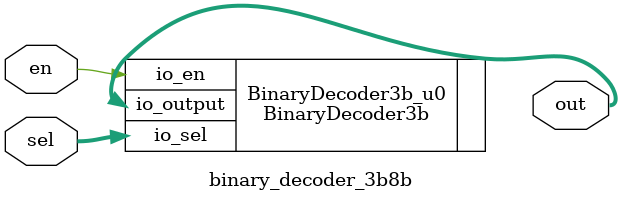
<source format=sv>
module binary_decoder_3b8b
    (
    input logic     [2:0]   sel,
    input logic             en,
    output logic    [7:0]   out
    );

    BinaryDecoder3b BinaryDecoder3b_u0 (
        .io_output  ( out   ),
        .io_en      ( en    ),
        .io_sel     ( sel   )
    );
endmodule
</source>
